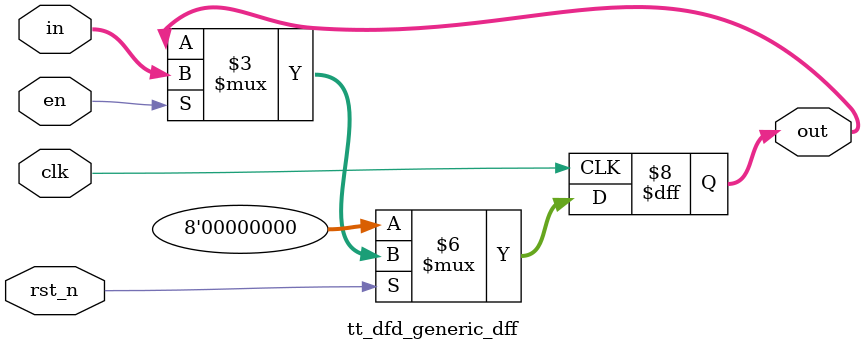
<source format=sv>

module tt_dfd_generic_dff #(parameter WIDTH=8,
                    parameter RESET_VALUE=0,
                    parameter BYPASS=0)
(
    input logic clk,
    input logic rst_n,
    input logic [WIDTH-1:0] in,
    input logic en,
    output logic [WIDTH-1:0] out
);

    if (BYPASS) begin
        assign out = in;
    end else begin
        always_ff @(posedge clk) begin
            if (!rst_n) begin
                out <= WIDTH'(RESET_VALUE);
            end else if (en) begin
                out <= in;
            end
        end 
    end
endmodule
</source>
